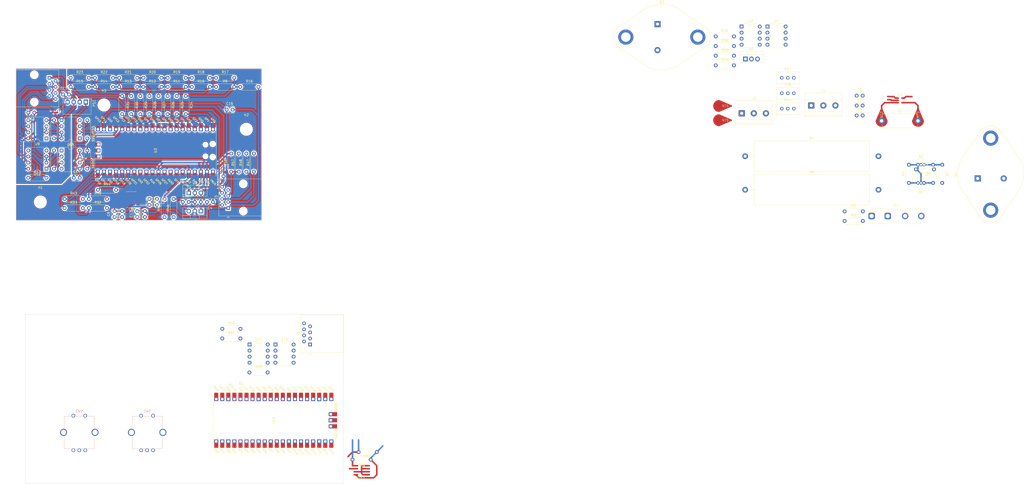
<source format=kicad_pcb>
(kicad_pcb (version 20221018) (generator pcbnew)
  (layers (0 "F.Cu" signal) (31 "B.Cu" signal) (34 "B.Paste" user) (35 "F.Paste" user) (36 "B.SilkS" user "B.Silkscreen") (37 "F.SilkS" user "F.Silkscreen") (38 "B.Mask" user) (39 "F.Mask" user) (44 "Edge.Cuts" user))
  (net 0 "")
  (net 1 "VBUS")
  (net 2 "Net-(U2A-+)")
  (net 3 "GND")
  (net 4 "+5V")
  (net 5 "Net-(R2-Pad1)")
  (net 6 "Net-(U4A-+)")
  (net 7 "Net-(R34-Pad1)")
  (net 8 "Net-(Q2-E)")
  (net 9 "Net-(Q3-E)")
  (net 10 "Net-(Q3-C)")
  (net 11 "Net-(Q4-C)")
  (net 12 "Net-(U1-+)")
  (net 13 "Net-(U1--)")
  (net 15 "Net-(NT4-Pad2)")
  (net 16 "Net-(NT5-Pad2)")
  (net 17 "Net-(R10-Pad1)")
  (net 25 "Net-(U11-SDA)")
  (net 26 "Net-(U11-SCL)")
  (net 43 "Net-(R35-Pad2)")
  (net 44 "Net-(R36-Pad2)")
  (net 45 "/CurrentSenseX1")
  (net 46 "Net-(J1-Pin_1)")
  (net 47 "/CurrentSenseX10")
  (net 50 "/VoltageSense")
  (net 51 "GNDPWR")
  (net 54 "Net-(J2-Pin_3)")
  (net 56 "Net-(D1-K)")
  (net 57 "Net-(Q1-B)")
  (net 58 "Net-(U4B-+)")
  (net 59 "Net-(R10-Pad2)")
  (net 60 "Net-(R16-Pad1)")
  (net 61 "Net-(R11-Pad1)")
  (net 62 "Net-(R12-Pad1)")
  (net 63 "Net-(R13-Pad1)")
  (net 64 "Net-(R14-Pad1)")
  (net 65 "/Controller/DAC1")
  (net 66 "/Controller/DAC2")
  (net 67 "/Controller/DAC3")
  (net 68 "/Controller/DAC4")
  (net 69 "/Controller/DAC5")
  (net 70 "/Controller/DAC6")
  (net 71 "/Controller/DAC7")
  (net 72 "/Controller/DAC8")
  (net 73 "Net-(U2B--)")
  (net 74 "Net-(R40-Pad1)")
  (net 76 "Net-(U6-REFIN+{slash}OUT)")
  (net 83 "+3.3V")
  (net 84 "/Controller/SPI.MISO")
  (net 85 "/Controller/SPI.SS")
  (net 86 "/Controller/SPI.SCK")
  (net 87 "/Controller/SPI.MOSI")
  (net 88 "/Controller/ADC_CLK")
  (net 89 "/Controller/Control Voltage")
  (net 90 "/Controller/Current Sense")
  (net 91 "/Controller/Voltage Sense")
  (net 92 "Net-(U6-SCK)")
  (net 93 "Net-(U6-SDO)")
  (net 94 "Net-(U6-SDI)")
  (net 95 "Net-(U6-~{CS})")
  (net 96 "Net-(U6-MCLK)")
  (net 97 "Net-(U6-DVdd)")
  (net 98 "Net-(U6-AVdd)")
  (net 99 "Net-(U6-AGND)")
  (net 100 "Net-(U6-DGND)")
  (net 101 "Net-(U6-CH0)")
  (net 102 "Net-(U6-CH2)")
  (net 103 "/Controller/12V")
  (net 106 "/Controller/PWM-out")
  (net 107 "/Controller/Buck Voltage Sense")
  (net 109 "Net-(Q1-C)")
  (net 112 "GNDD")
  (net 113 "Net-(U13-C)")
  (net 114 "Net-(U8-VO)")
  (net 115 "Net-(U8-C)")
  (net 116 "Net-(U12-R)")
  (net 119 "/Controller/+5V")
  (net 120 "/Controller/+3.3VA")
  (net 121 "/Controller/GND")
  (net 122 "/Controller/+3.3VD")
  (net 123 "/Controller/CTRL.+5V")
  (net 124 "/Controller/CTRL.GND")
  (net 125 "/Controller/CTRL.RX+")
  (net 126 "/Controller/CTRL.RX-")
  (net 127 "/Controller/CTRL.TX-")
  (net 128 "/Controller/CTRL.TX+")
  (net 131 "/Controller/RX")
  (net 132 "Net-(U3-GPIO26_ADC0)")
  (net 133 "/Controller/TX")
  (net 134 "Net-(U6-CH4)")
  (net 135 "/User Interface/CTRL.GND")
  (net 136 "/User Interface/CTRL.+5V")
  (net 138 "/User Interface/CTRL.TX+")
  (net 139 "/User Interface/CTRL.TX-")
  (net 141 "/User Interface/CTRL.RX-")
  (net 142 "/User Interface/CTRL.RX+")
  (net 181 "/User Interface/RX")
  (net 187 "Net-(U15-R)")
  (net 188 "/User Interface/TX")
  (footprint "Resistor_THT:R_Axial_DIN0207_L6.3mm_D2.5mm_P7.62mm_Horizontal" (layer "F.Cu") (at 77.4 29.14)
    (fp_text reference "R11")
    (fp_text value "2K2")
  )
  (footprint "Resistor_THT:R_Axial_DIN0207_L6.3mm_D2.5mm_P7.62mm_Horizontal" (layer "F.Cu") (at 44.38 76.13)
    (fp_text reference "R42")
    (fp_text value "10")
  )
  (footprint "Capacitor_THT:C_Disc_D3.8mm_W2.6mm_P2.50mm" (layer "F.Cu") (at 366.319174 36.966775)
    (fp_text reference "C2")
    (fp_text value "C")
  )
  (footprint "Resistor_THT:R_Axial_DIN0207_L6.3mm_D2.5mm_P7.62mm_Horizontal" (layer "F.Cu") (at 107.88 29.14)
    (fp_text reference "R16")
    (fp_text value "2K2")
  )
  (footprint "Capacitor_THT:C_Disc_D3.8mm_W2.6mm_P2.50mm" (layer "F.Cu") (at 102.165 38.665)
    (fp_text reference "C16")
    (fp_text value "10n")
  )
  (footprint "MountingHole:MountingHole_5mm" (layer "F.Cu") (at 24.06 77.4)
    (fp_text reference "H1")
    (fp_text value "MountingHole")
  )
  (footprint "Resistor_THT:R_Axial_DIN0207_L6.3mm_D2.5mm_P7.62mm_Horizontal" (layer "F.Cu") (at 388.211674 69.396775 90)
    (fp_text reference "R5")
    (fp_text value "100k")
  )
  (footprint "Capacitor_THT:C_Disc_D3.8mm_W2.6mm_P2.50mm" (layer "F.Cu") (at 58.35 83.71 90)
    (fp_text reference "C7")
    (fp_text value "100n")
  )
  (footprint "Resistor_THT:R_Axial_Power_L48.0mm_W12.5mm_P55.88mm" (layer "F.Cu") (at 319.579174 58.211775)
    (fp_text reference "R4")
    (fp_text value "100m")
  )
  (footprint "Capacitor_THT:C_Disc_D3.8mm_W2.6mm_P2.50mm" (layer "F.Cu") (at 67.875 83.71 90)
    (fp_text reference "C12")
    (fp_text value "10µ")
  )
  (footprint "NetTie:NetTie-2_SMD_Pad0.5mm" (layer "F.Cu") (at 55.175 79.305 90)
    (fp_text reference "NT1" hide)
    (fp_text value "NetTie_2" hide)
  )
  (footprint "Capacitor_THT:C_Disc_D3.8mm_W2.6mm_P2.50mm" (layer "F.Cu") (at 91.33 77.4 180)
    (fp_text reference "C5")
    (fp_text value "C")
  )
  (footprint "Package_DIP:DIP-8_W7.62mm" (layer "F.Cu") (at 328.906674 3.841775)
    (fp_text reference "U4")
    (fp_text value "MCP6002-xP")
  )
  (footprint "Capacitor_THT:C_Disc_D3.8mm_W2.6mm_P2.50mm" (layer "F.Cu") (at 38.07 67.24)
    (fp_text reference "C14")
    (fp_text value "100n")
  )
  (footprint "Personal:NetTie_5mm_0.635mm" (layer "F.Cu") (at 392.021674 40.821775 90)
    (fp_text reference "NT3")
    (fp_text value "NetTie_2")
  )
  (footprint "Package_SO:TSSOP-20_4.4x6.5mm_P0.65mm" (layer "F.Cu") (at 62.16 76.425 180)
    (fp_text reference "U6")
    (fp_text value "MCP3464R")
  )
  (footprint "Resistor_THT:R_Axial_DIN0207_L6.3mm_D2.5mm_P7.62mm_Horizontal" (layer "F.Cu") (at 85.02 32.95 -90)
    (fp_text reference "R24")
    (fp_text value "2K2")
  )
  (footprint "Package_DIP:DIP-8_W7.62mm" (layer "F.Cu") (at 32.95 55.81)
    (fp_text reference "U13")
    (fp_text value "6N137")
  )
  (footprint "TerminalBlock_Phoenix:TerminalBlock_Phoenix_MKDS-1,5-3-5.08_1x03_P5.08mm_Horizontal" (layer "F.Cu") (at 318.116674 40.221775)
    (fp_text reference "J2")
    (fp_text value "PWR IN")
  )
  (footprint "Capacitor_THT:C_Disc_D3.8mm_W2.6mm_P2.50mm" (layer "F.Cu") (at 96.41 77.4 180)
    (fp_text reference "C4")
    (fp_text value "C")
  )
  (footprint "Resistor_THT:R_Axial_DIN0207_L6.3mm_D2.5mm_P7.62mm_Horizontal" (layer "F.Cu") (at 43.745 43.11 -90)
    (fp_text reference "R55")
    (fp_text value "100")
  )
  (footprint "Resistor_THT:R_Axial_DIN0207_L6.3mm_D2.5mm_P7.62mm_Horizontal" (layer "F.Cu") (at 36.76 25.33)
    (fp_text reference "R23")
    (fp_text value "2K2")
  )
  (footprint "Package_TO_SOT_THT:TO-220-3_Vertical" (layer "F.Cu") (at 86.29 73.59)
    (fp_text reference "U5")
    (fp_text value "L7805")
  )
  (footprint "Package_DIP:DIP-8_W7.62mm" (layer "F.Cu") (at 111.77 137.17)
    (fp_text reference "U14")
    (fp_text value "SN75176BP")
  )
  (footprint "Personal:NetTie_5mm_0.635mm" (layer "F.Cu") (at 311.201674 37.126775)
    (fp_text reference "NT4")
    (fp_text value "NetTie_2")
  )
  (footprint "Resistor_THT:R_Axial_DIN0207_L6.3mm_D2.5mm_P7.62mm_Horizontal" (layer "F.Cu") (at 111.72 148.87)
    (fp_text reference "R58")
    (fp_text value "100")
  )
  (footprint "Resistor_THT:R_Axial_DIN0614_L14.3mm_D5.7mm_P15.24mm_Horizontal" (layer "F.Cu") (at 376.781674 43.361775)
    (fp_text reference "R1")
    (fp_text value "10m")
  )
  (footprint "Resistor_THT:R_Axial_DIN0207_L6.3mm_D2.5mm_P7.62mm_Horizontal" (layer "F.Cu") (at 57.08 29.14)
    (fp_text reference "R13")
    (fp_text value "2K2")
  )
  (footprint "Resistor_THT:R_Axial_DIN0207_L6.3mm_D2.5mm_P7.62mm_Horizontal" (layer "F.Cu") (at 62.16 32.95 -90)
    (fp_text reference "R30")
    (fp_text value "2K2")
  )
  (footprint "MCU_RaspberryPi_and_Boards:RPi_Pico_SMD_TH" (layer "F.Cu") (at 121.92 168.91 90)
    (fp_text reference "U10")
    (fp_text value "Pico")
  )
  (footprint "Resistor_THT:R_Axial_DIN0207_L6.3mm_D2.5mm_P7.62mm_Horizontal" (layer "F.Cu") (at 67.24 29.14)
    (fp_text reference "R12")
    (fp_text value "2K2")
  )
  (footprint "Connector_RJ:RJ45_Amphenol_54602-x08_Horizontal" (layer "F.Cu") (at 27.87 25.33 -90)
    (fp_text reference "J4")
    (fp_text value "8P8C")
  )
  (footprint "Resistor_THT:R_Axial_DIN0207_L6.3mm_D2.5mm_P7.62mm_Horizontal" (layer "F.Cu") (at 48.19 72.32)
    (fp_text reference "R44")
    (fp_text value "10")
  )
  (footprint "Converter_DCDC:Converter_DCDC_Murata_MEE1SxxxxSC_THT" (layer "F.Cu") (at 43.11 35.49 -90)
    (fp_text reference "PS1")
    (fp_text value "1S4AE_1205S1.5UP")
  )
  (footprint "Resistor_THT:R_Axial_DIN0207_L6.3mm_D2.5mm_P7.62mm_Horizontal" (layer "F.Cu") (at 73.59 32.95 -90)
    (fp_text reference "R27")
    (fp_text value "2K2")
  )
  (footprint "Resistor_THT:R_Axial_DIN0207_L6.3mm_D2.5mm_P7.62mm_Horizontal" (layer "F.Cu") (at 361.269174 85.361775)
    (fp_text reference "R3")
    (fp_text value "10k")
  )
  (footprint "Resistor_THT:R_Axial_DIN0207_L6.3mm_D2.5mm_P7.62mm_Horizontal" (layer "F.Cu") (at 398.371674 69.396775 90)
    (fp_text reference "R6")
    (fp_text value "10k")
  )
  (footprint "Capacitor_THT:C_Disc_D3.8mm_W2.6mm_P2.50mm" (layer "F.Cu") (at 33.585 32.315)
    (fp_text reference "C10")
    (fp_text value "C")
  )
  (footprint "Fuse:Fuseholder_Clip-5x20mm_Eaton_1A5601-01_Inline_P20.80x6.76mm_D1.70mm_Horizontal" (layer "F.Cu") (at 372.589174 83.281775)
    (fp_text reference "F1")
    (fp_text value "Fuse")
  )
  (footprint "Resistor_THT:R_Axial_DIN0207_L6.3mm_D2.5mm_P7.62mm_Horizontal" (layer "F.Cu") (at 76.13 83.75 90)
    (fp_text reference "R45")
    (fp_text value "10")
  )
  (footprint "Package_DIP:DIP-8_W7.62mm" (layer "F.Cu") (at 26.6 50.73 180)
    (fp_text reference "U9")
    (fp_text value "SN75176BP")
  )
  (footprint "Package_TO_SOT_THT:TO-3" (layer "F.Cu") (at 282.82 2.805)
    (fp_text reference "Q3")
    (fp_text value "2N6058")
  )
  (footprint "Resistor_THT:R_Axial_DIN0207_L6.3mm_D2.5mm_P7.62mm_Horizontal" (layer "F.Cu") (at 307.236674 12.001775)
    (fp_text reference "R36")
    (fp_text value "10k")
  )
  (footprint "Potentiometer_THT:Potentiometer_Bourns_3296W_Vertical" (layer "F.Cu") (at 339.976674 25.351775)
    (fp_text reference "R37")
    (fp_text value "100")
  )
  (footprint "Resistor_THT:R_Axial_DIN0207_L6.3mm_D2.5mm_P7.62mm_Horizontal" (layer "F.Cu") (at 44.38 79.94)
    (fp_text reference "R32")
    (fp_text value "10")
  )
  (footprint "Capacitor_THT:C_Disc_D3.8mm_W2.6mm_P2.50mm" (layer "F.Cu") (at 55.175 83.71 90)
    (fp_text reference "C6")
    (fp_text value "10µ")
  )
  (footprint "Capacitor_THT:C_Disc_D3.8mm_W2.6mm_P2.50mm" (layer "F.Cu") (at 21.52 39.935 180)
    (fp_text reference "C15")
    (fp_text value "100n")
  )
  (footprint "Resistor_THT:R_Axial_DIN0207_L6.3mm_D2.5mm_P7.62mm_Horizontal" (layer "F.Cu") (at 87.56 29.14)
    (fp_text reference "R10")
    (fp_text value "2K2")
  )
  (footprint "Resistor_THT:R_Axial_DIN0207_L6.3mm_D2.5mm_P7.62mm_Horizontal" (layer "F.Cu") (at 165.1 182.245 180)
    (fp_text reference "R50")
    (fp_text value "10k")
  )
  (footprint "Resistor_THT:R_Axial_DIN0207_L6.3mm_D2.5mm_P7.62mm_Horizontal" (layer "F.Cu") (at 307.236674 20.101775)
    (fp_text reference "R40")
    (fp_text value "1k")
  )
  (footprint "Capacitor_THT:C_Disc_D3.8mm_W2.6mm_P2.50mm" (layer "F.Cu") (at 366.319174 41.116775)
    (fp_text reference "C3")
    (fp_text value "C")
  )
  (footprint "Package_TO_SOT_THT:TO-92_Inline" (layer "F.Cu") (at 392.021674 61.776775)
    (fp_text reference "Q2")
    (fp_text value "BC337")
  )
  (footprint "Package_SO:SOIC-8_3.9x4.9mm_P1.27mm" (layer "F.Cu") (at 158.815 189.865 180)
    (fp_text reference "U11")
    (fp_text value "M24C32-RMN")
  )
  (footprint "Resistor_THT:R_Axial_DIN0207_L6.3mm_D2.5mm_P7.62mm_Horizontal" (layer "F.Cu") (at 107.245 64.7 90)
    (fp_text reference "R57")
    (fp_text value "100")
  )
  (footprint "Package_DIP:DIP-8_W7.62mm" (layer "F.Cu") (at 122.62 137.17)
    (fp_text reference "U15")
    (fp_text value "SN75176BP")
  )
  (footprint "Resistor_THT:R_Axial_DIN0207_L6.3mm_D2.5mm_P7.62mm_Horizontal" (layer "F.Cu") (at 77.4 25.33)
    (fp_text reference "R19")
    (fp_text value "2K2")
  )
  (footprint "Resistor_THT:R_Axial_DIN0207_L6.3mm_D2.5mm_P7.62mm_Horizontal" (layer "F.Cu") (at 104.07 64.7 90)
    (fp_text reference "R56")
    (fp_text value "100")
  )
  (footprint "Resistor_THT:R_Axial_DIN0207_L6.3mm_D2.5mm_P7.62mm_Horizontal" (layer "F.Cu") (at 77.4 32.95 -90)
    (fp_text reference "R26")
    (fp_text value "2K2")
  )
  (footprint "Capacitor_THT:C_Disc_D3.8mm_W2.6mm_P2.50mm" (layer "F.Cu") (at 69.78 76.13 -90)
    (fp_text reference "C9")
    (fp_text value "100n")
  )
  (footprint "Resistor_THT:R_Axial_DIN0207_L6.3mm_D2.5mm_P7.62mm_Horizontal" (layer "F.Cu") (at 307.236674 7.951775)
    (fp_text reference "R35")
    (fp_text value "10k")
  )
  (footprint "Package_TO_SOT_SMD:SOT-23-5" (layer "F.Cu") (at 384.534174 34.791775)
    (fp_text reference "U1")
    (fp_text value "INA169")
  )
  (footprint "Resistor_THT:R_Axial_DIN0207_L6.3mm_D2.5mm_P7.62mm_Horizontal" (layer "F.Cu") (at 46.92 25.33)
    (fp_text reference "R22")
    (fp_text value "2K2")
  )
  (footprint "Resistor_THT:R_Axial_DIN0207_L6.3mm_D2.5mm_P7.62mm_Horizontal" (layer "F.Cu") (at 97.72 29.14)
    (fp_text reference "R9")
    (fp_text value "2K2")
  )
  (footprint "Resistor_THT:R_Axial_DIN0207_L6.3mm_D2.5mm_P7.62mm_Horizontal" (layer "F.Cu") (at 81.21 32.95 -90)
    (fp_text reference "R25")
    (fp_text value "2K2")
  )
  (footprint "Resistor_THT:R_Axial_DIN0207_L6.3mm_D2.5mm_P7.62mm_Horizontal" (layer "F.Cu") (at 36.76 29.14)
    (fp_text reference "R15")
    (fp_text value "2K2")
  )
  (footprint "Resistor_THT:R_Axial_DIN0207_L6.3mm_D2.5mm_P7.62mm_Horizontal" (layer "F.Cu") (at 307.236674 16.051775)
    (fp_text reference "R39")
    (fp_text value "10k")
  )
  (footprint "Package_TO_SOT_THT:TO-92_Inline" (layer "F.Cu") (at 394.561674 69.396775 180)
    (fp_text reference "Q1")
    (fp_text value "BC327")
  )
  (footprint "Capacitor_THT:C_Disc_D3.8mm_W2.6mm_P2.50mm" (layer "F.Cu") (at 366.319174 32.816775)
    (fp_text reference "C1")
    (fp_text value "C")
  )
  (footprint "Resistor_THT:R_Axial_DIN0207_L6.3mm_D2.5mm_P7.62mm_Horizontal" (layer "F.Cu") (at 29.775 50.73 90)
    (fp_text reference "R52")
    (fp_text value "1k")
  )
  (footprint "Capacitor_THT:C_Disc_D3.8mm_W2.6mm_P2.50mm" (layer "F.Cu") (at 72.955 76.13 -90)
    (fp_text reference "C8")
    (fp_text value "10µ")
  )
  (footprint "Resistor_THT:R_Axial_DIN0207_L6.3mm_D2.5mm_P7.62mm_Horizontal" (layer "F.Cu") (at 43.745 63.43 90)
    (fp_text reference "R54")
    (fp_text value "1k")
  )
  (footprint "Resistor_THT:R_Axial_DIN0207_L6.3mm_D2.5mm_P7.62mm_Horizontal" (layer "F.Cu") (at 46.92 29.14)
    (fp_text reference "R14")
    (fp_text value "2K2")
  )
  (footprint "Resistor_THT:R_Axial_DIN0207_L6.3mm_D2.5mm_P7.62mm_Horizontal" (layer "F.Cu") (at 29.775 55.81 -90)
    (fp_text reference "R51")
    (fp_text value "100")
  )
  (footprint "MountingHole:MountingHole_5mm" (layer "F.Cu") (at 110.42 46.92)
    (fp_text reference "H2")
    (fp_text value "MountingHole")
  )
  (footprint "Resistor_THT:R_Axial_DIN0207_L6.3mm_D2.5mm_P7.62mm_Horizontal" (layer "F.Cu") (at 57.08 25.33)
    (fp_text reference "R21")
    (fp_text value "2K2")
  )
  (footprint "Package_TO_SOT_THT:TO-220-3_Vertical" (layer "F.Cu") (at 319.666674 17.441775)
    (fp_text reference "Q5")
    (fp_text value "IRLZ34N")
  )
  (footprint "Resistor_THT:R_Axial_DIN0207_L6.3mm_D2.5mm_P7.62mm_Horizontal" (layer "F.Cu") (at 361.269174 81.311775)
    (fp_text reference "R2")
    (fp_text value "1k")
  )
  (footprint "Resistor_THT:R_Axial_Power_L48.0mm_W12.5mm_P55.88mm" (layer "F.Cu") (at 319.579174 72.261775)
    (fp_text reference "R8")
    (fp_text value "100m")
  )
  (footprint "Package_TO_SOT_THT:TO-3" (layer "F.Cu") (at 417.051674 67.526775 90)
    (fp_text reference "Q4")
    (fp_text value "2N6058")
  )
  (footprint "Resistor_THT:R_Axial_DIN0207_L6.3mm_D2.5mm_P7.62mm_Horizontal" (layer "F.Cu") (at 79.94 83.75 90)
    (fp_text reference "R46")
    (fp_text value "10")
  )
  (footprint "Package_TO_SOT_THT:TO-220-3_Vertical" (layer "F.Cu") (at 91.37 81.21 180)
    (fp_text reference "U7")
    (fp_text value "LF33_TO220")
  )
  (footprint "Resistor_THT:R_Axial_DIN0207_L6.3mm_D2.5mm_P7.62mm_Horizontal" (layer "F.Cu") (at 113.595 64.7 90)
    (fp_text reference "R47")
    (fp_text value "100")
  )
  (footprint "Resistor_THT:R_Axial_DIN0207_L6.3mm_D2.5mm_P7.62mm_Horizontal" (layer "F.Cu") (at 110.42 64.7 90)
    (fp_text reference "R48")
    (fp_text value "100")
  )
  (footprint "MountingHole:MountingHole_5mm" (layer "F.Cu") (at 50.73 36.76)
    (fp_text reference "H3")
    (fp_text value "MountingHole")
  )
  (footprint "Resistor_THT:R_Axial_DIN0207_L6.3mm_D2.5mm_P7.62mm_Horizontal" (layer "F.Cu") (at 18.98 67.24)
    (fp_text reference "R53")
    (fp_text value "100")
  )
  (footprint "Resistor_THT:R_Axial_DIN0207_L6.3mm_D2.5mm_P7.62mm_Horizontal" (layer "F.Cu") (at 97.72 25.33)
    (fp_text reference "R17")
    (fp_text value "2K2")
  )
  (footprint "Package_DIP:DIP-8_W7.62mm" (layer "F.Cu") (at 26.6 63.43 180)
    (fp_text reference "U12")
    (fp_text value "SN75176BP")
  )
  (footprint "Resistor_THT:R_Axial_DIN0207_L6.3mm_D2.5mm_P7.62mm_Horizontal" (layer "F.Cu") (at 34.22 76.13)
    (fp_text reference "R43")
    (fp_text value "10")
  )
  (footprint "Resistor_THT:R_Axial_DIN0207_L6.3mm_D2.5mm_P7.62mm_Horizontal" (layer "F.Cu") (at 65.97 32.95 -90)
    (fp_text reference "R29")
    (fp_text value "2K2")
  )
  (footprint "Package_DIP:DIP-8_W7.62mm" (layer "F.Cu") (at 40.56 50.72 180)
    (fp_text reference "U8")
    (fp_text value "6N137")
  )
  (footprint "Resistor_THT:R_Axial_DIN0207_L6.3mm_D2.5mm_P7.62mm_Horizontal" (layer "F.Cu") (at 87.56 25.33)
    (fp_text reference "R18")
    (fp_text value "2K2")
  )
  (footprint "Resistor_THT:R_Axial_DIN0207_L6.3mm_D2.5mm_P7.62mm_Horizontal" (layer "F.Cu") (at 67.24 25.33)
    (fp_text reference "R20")
    (fp_text value "2K2")
  )
  (footprint "Resistor_THT:R_Axial_DIN0207_L6.3mm_D2.5mm_P7.62mm_Horizontal" (layer "F.Cu") (at 402.181674 61.776775 -90)
    (fp_text reference "R7")
    (fp_text value "1k")
  )
  (footprint "TerminalBlock_Phoenix:TerminalBlock_Phoenix_MKDS-1,5-3-5.08_1x03_P5.08mm_Horizontal" (layer "F.Cu") (at 347.264174 36.931775)
    (fp_text reference "J1")
    (fp_text value "Screw_Terminal_01x03")
  )
  (footprint "MCU_RaspberryPi_and_Boards:RPi_Pico_SMD_TH" (layer "F.Cu") (at 72.32 55.81 -90)
    (fp_text reference "U3")
    (fp_text value "Pico")
  )
  (footprint "Capacitor_THT:C_Disc_D3.8mm_W2.6mm_P2.50mm" (layer "F.Cu") (at 83.75 77.4)
    (fp_text reference "C11")
    (fp_text value "C")
  )
  (footprint "Capacitor_THT:C_Disc_D3.8mm_W2.6mm_P2.50mm" (layer "F.Cu") (at 64.7 83.71 90)
    (fp_text reference "C13")
    (fp_text value "100n")
  )
  (footprint "Resistor_THT:R_Axial_DIN0207_L6.3mm_D2.5mm_P7.62mm_Horizontal" (layer "F.Cu") (at 58.35 32.95 -90)
    (fp_text reference "R31")
    (fp_text value "2K2" hide)
  )
  (footprint "Resistor_THT:R_Axial_DIN0207_L6.3mm_D2.5mm_P7.62mm_Horizontal" (layer "F.Cu") (at 100.33 130.57)
    (fp_text reference "R59")
    (fp_text value "2K2")
  )
  (footprint "Resistor_THT:R_Axial_DIN0207_L6.3mm_D2.5mm_P7.62mm_Horizontal" (layer "F.Cu") (at 162.56 185.42 180)
    (fp_text reference "R49")
    (fp_text value "10k")
  )
  (footprint "Connector_RJ:RJ45_Amphenol_54602-x08_Horizontal" (layer "F.Cu") (at 102.8 79.94 90)
    (fp_text reference "J3")
    (fp_text value "8P8C")
  )
  (footprint "Connector_RJ:RJ45_Amphenol_54602-x08_Horizontal" (layer "F.Cu") (at 137.16 137.16 90)
    (fp_text reference "J5")
    (fp_text value "8P8C")
  )
  (footprint "Resistor_THT:R_Axial_DIN0207_L6.3mm_D2.5mm_P7.62mm_Horizontal" (layer "F.Cu") (at 100.33 134.62)
    (fp_text reference "R60")
    (fp_text value "1K")
  )
  (footprint "Package_DIP:DIP-8_W7.62mm" (layer "F.Cu") (at 318.056674 3.841775)
    (fp_text reference "U2")
    (fp_text value "MCP6002-xP")
  )
  (footprint "Resistor_THT:R_Axial_DIN0207_L6.3mm_D2.5mm_P7.62mm_Horizontal" (layer "F.Cu") (at 34.22 79.94)
    (fp_text reference "R33")
    (fp_text value "10")
  )
  (footprint "Personal:NetTie_5mm_0.635mm" (layer "F.Cu") (at 376.781674 40.821775 90)
    (fp_text reference "NT2")
    (fp_text value "NetTie_2")
  )
  (footprint "Personal:NetTie_5mm_0.635mm" (layer "F.Cu") (at 311.201674 43.126775)
    (fp_text reference "NT5")
    (fp_text value "NetTie_2")
  )
  (footprint "Resistor_THT:R_Axial_DIN0207_L6.3mm_D2.5mm_P7.62mm_Horizontal" (layer "F.Cu") (at 391.141674 63.716775)
    (fp_text reference "R34")
    (fp_text value "10k")
  )
  (footprint "Resistor_THT:R_Axial_DIN0207_L6.3mm_D2.5mm_P7.62mm_Horizontal" (layer "F.Cu") (at 69.78 32.95 -90)
    (fp_text reference "R28")
    (fp_text value "2K2")
  )
  (footprint "Potentiometer_THT:Potentiometer_Bourns_3296W_Vertical" (layer "F.Cu") (at 339.976674 31.801775)
    (fp_text reference "R38")
    (fp_text value "100")
  )
  (footprint "Potentiometer_THT:Potentiometer_Bourns_3296W_Vertical" (layer "F.Cu") (at 339.976674 38.251775)
    (fp_text reference "R41")
    (fp_text value "200")
  )
  (footprint "NetTie:NetTie-2_SMD_Pad0.5mm" (layer "B.Cu") (at 72.955 79.94 90)
    (fp_text reference "NT6" hide)
    (fp_text value "NetTie_2" hide)
  )
  (footprint "Rotary_Encoder:RotaryEncoder_Bourns_Vertical_PEC12R-3xxxF-Sxxxx" (layer "B.Cu") (at 42.89 181.49 90)
    (fp_text reference "SW2")
    (fp_text value "RotaryEncoder_Switch")
  )
  (footprint "Rotary_Encoder:RotaryEncoder_Bourns_Vertical_PEC12R-3xxxF-Sxxxx" (layer "B.Cu") (at 71.33 181.49 90)
    (fp_text reference "SW1")
    (fp_text value "RotaryEncoder_Switch")
  )
  (gr_rect (start 17.78 124.46) (end 151.13 195.58) (stroke (width 0.1)) (fill none) (layer "Edge.Cuts"))
  (gr_rect (start 13.9 21.52) (end 116.77 85.02) (stroke (width 0.1)) (fill none) (layer "Edge.Cuts"))
  (segment (start 392.021674 69.396775) (end 388.211674 69.396775) (width 0.635) (layer "B.Cu") (net 1))
  (segment (start 381.861674 33.201775) (end 379.321674 33.201775) (width 0.635) (layer "F.Cu") (net 2))
  (segment (start 382.501674 33.841775) (end 381.861674 33.201775) (width 0.635) (layer "F.Cu") (net 2))
  (segment (start 383.396674 33.841775) (end 382.501674 33.841775) (width 0.635) (layer "F.Cu") (net 2))
  (segment (start 380.591674 34.471775) (end 379.321674 34.471775) (width 0.635) (layer "F.Cu") (net 3))
  (segment (start 383.396674 34.791775) (end 380.911674 34.791775) (width 0.635) (layer "F.Cu") (net 3))
  (segment (start 380.911674 34.791775) (end 380.591674 34.471775) (width 0.635) (layer "F.Cu") (net 3))
  (segment (start 385.671674 33.841775) (end 386.301674 33.841775) (width 0.635) (layer "F.Cu") (net 4))
  (segment (start 386.941674 33.201775) (end 389.481674 33.201775) (width 0.635) (layer "F.Cu") (net 4))
  (segment (start 386.301674 33.841775) (end 386.941674 33.201775) (width 0.635) (layer "F.Cu") (net 4))
  (segment (start 394.561674 61.776775) (end 398.371674 61.776775) (width 0.635) (layer "B.Cu") (net 8))
  (segment (start 398.371674 61.776775) (end 402.181674 61.776775) (width 0.635) (layer "B.Cu") (net 8))
  (segment (start 378.051674 35.741775) (end 376.781674 37.011775) (width 0.635) (layer "F.Cu") (net 12))
  (segment (start 383.396674 35.741775) (end 378.051674 35.741775) (width 0.635) (layer "F.Cu") (net 12))
  (segment (start 376.781674 37.011775) (end 376.781674 38.281775) (width 0.635) (layer "F.Cu") (net 12))
  (segment (start 392.021674 37.011775) (end 392.021674 38.281775) (width 0.635) (layer "F.Cu") (net 13))
  (segment (start 390.751674 35.741775) (end 392.021674 37.011775) (width 0.635) (layer "F.Cu") (net 13))
  (segment (start 385.671674 35.741775) (end 390.751674 35.741775) (width 0.635) (layer "F.Cu") (net 13))
  (segment (start 83.75 30.41) (end 85.02 29.14) (width 0.635) (layer "B.Cu") (net 17))
  (segment (start 77.4 32.95) (end 77.4 31.68) (width 0.635) (layer "B.Cu") (net 17))
  (segment (start 86.29 25.33) (end 87.56 25.33) (width 0.635) (layer "B.Cu") (net 17))
  (segment (start 85.02 29.14) (end 86.29 29.14) (width 0.635) (layer "B.Cu") (net 17))
  (segment (start 86.29 29.14) (end 87.56 29.14) (width 0.635) (layer "B.Cu") (net 17))
  (segment (start 77.4 31.68) (end 78.67 30.41) (width 0.635) (layer "B.Cu") (net 17))
  (segment (start 85.02 25.33) (end 86.29 25.33) (width 0.635) (layer "B.Cu") (net 17))
  (segment (start 86.29 25.33) (end 86.29 29.14) (width 0.635) (layer "B.Cu") (net 17))
  (segment (start 78.67 30.41) (end 83.75 30.41) (width 0.635) (layer "B.Cu") (net 17))
  (segment (start 156.34 187.96) (end 154.94 187.96) (width 0.635) (layer "F.Cu") (net 25))
  (segment (start 154.94 187.96) (end 154.94 185.42) (width 0.635) (layer "F.Cu") (net 25))
  (segment (start 154.94 185.42) (end 154.94 177.165) (width 0.635) (layer "B.Cu") (net 25))
  (segment (start 153.035 184.15) (end 154.94 182.245) (width 0.635) (layer "F.Cu") (net 26))
  (segment (start 156.34 189.23) (end 153.67 189.23) (width 0.635) (layer "F.Cu") (net 26))
  (segment (start 154.94 182.245) (end 157.48 182.245) (width 0.635) (layer "F.Cu") (net 26))
  (segment (start 157.48 182.245) (end 157.48 177.165) (width 0.635) (layer "B.Cu") (net 26))
  (segment (start 393.291674 65.586775) (end 393.291674 69.396775) (width 0.635) (layer "B.Cu") (net 57))
  (segment (start 392.021674 64.316775) (end 393.291674 65.586775) (width 0.635) (layer "B.Cu") (net 57))
  (segment (start 392.021674 61.776775) (end 388.211674 61.776775) (width 0.635) (layer "B.Cu") (net 57))
  (segment (start 392.021674 61.776775) (end 392.021674 64.316775) (width 0.635) (layer "B.Cu") (net 57))
  (segment (start 81.21 32.95) (end 82.5275 31.6325) (width 0.635) (layer "B.Cu") (net 59))
  (segment (start 96.45 29.14) (end 95.18 29.14) (width 0.635) (layer "B.Cu") (net 59))
  (segment (start 92.6875 31.6325) (end 95.18 29.14) (width 0.635) (layer "B.Cu") (net 59))
  (segment (start 96.45 25.33) (end 97.72 25.33) (width 0.635) (layer "B.Cu") (net 59))
  (segment (start 82.5275 31.6325) (end 92.6875 31.6325) (width 0.635) (layer "B.Cu") (net 59))
  (segment (start 96.45 29.14) (end 96.45 25.33) (width 0.635) (layer "B.Cu") (net 59))
  (segment (start 95.18 25.33) (end 96.45 25.33) (width 0.635) (layer "B.Cu") (net 59))
  (segment (start 97.72 29.14) (end 96.45 29.14) (width 0.635) (layer "B.Cu") (net 59))
  (segment (start 105.34 29.14) (end 106.61 29.14) (width 0.635) (layer "B.Cu") (net 60))
  (segment (start 105.34 25.33) (end 105.34 29.14) (width 0.635) (layer "B.Cu") (net 60))
  (segment (start 101.53 32.95) (end 105.34 29.14) (width 0.635) (layer "B.Cu") (net 60))
  (segment (start 106.61 29.14) (end 107.88 29.14) (width 0.635) (layer "B.Cu") (net 60))
  (segment (start 85.02 32.95) (end 101.53 32.95) (width 0.635) (layer "B.Cu") (net 60))
  (segment (start 74.86 25.33) (end 76.13 25.33) (width 0.635) (layer "B.Cu") (net 61))
  (segment (start 76.13 29.14) (end 76.13 25.33) (width 0.635) (layer "B.Cu") (net 61))
  (segment (start 73.59 30.41) (end 74.86 29.14) (width 0.635) (layer "B.Cu") (net 61))
  (segment (start 73.59 32.95) (end 73.59 30.41) (width 0.635) (layer "B.Cu") (net 61))
  (segment (start 77.4 29.14) (end 76.13 29.14) (width 0.635) (layer "B.Cu") (net 61))
  (segment (start 76.13 29.14) (end 74.86 29.14) (width 0.635) (layer "B.Cu") (net 61))
  (segment (start 76.13 25.33) (end 77.4 25.33) (width 0.635) (layer "B.Cu") (net 61))
  (segment (start 67.24 29.14) (end 65.97 29.14) (width 0.635) (layer "B.Cu") (net 62))
  (segment (start 64.7 25.33) (end 65.97 25.33) (width 0.635) (layer "B.Cu") (net 62))
  (segment (start 65.97 25.33) (end 67.24 25.33) (width 0.635) (layer "B.Cu") (net 62))
  (segment (start 69.78 30.41) (end 68.51 29.14) (width 0.635) (layer "B.Cu") (net 62))
  (segment (start 65.97 29.14) (end 65.97 25.33) (width 0.635) (layer "B.Cu") (net 62))
  (segment (start 68.51 29.14) (end 67.24 29.14) (width 0.635) (layer "B.Cu") (net 62))
  (segment (start 65.97 29.14) (end 64.7 29.14) (width 0.635) (layer "B.Cu") (net 62))
  (segment (start 69.78 32.95) (end 69.78 30.41) (width 0.635) (layer "B.Cu") (net 62))
  (segment (start 57.08 29.14) (end 57.08 25.33) (width 0.635) (layer "B.Cu") (net 63))
  (segment (start 54.54 29.14) (end 57.08 29.14) (width 0.635) (layer "B.Cu") (net 63))
  (segment (start 57.08 25.33) (end 55.81 25.33) (width 0.635) (layer "B.Cu") (net 63))
  (segment (start 64.7475 30.4575) (end 58.3975 30.4575) (width 0.635) (layer "B.Cu") (net 63))
  (segment (start 58.3975 30.4575) (end 57.08 29.14) (width 0.635) (layer "B.Cu") (net 63))
  (segment (start 65.97 31.68) (end 64.7475 30.4575) (width 0.635) (layer "B.Cu") (net 63))
  (segment (start 55.81 25.33) (end 54.54 25.33) (width 0.635) (layer "B.Cu") (net 63))
  (segment (start 65.97 32.95) (end 65.97 31.68) (width 0.635) (layer "B.Cu") (net 63))
  (segment (start 49.4125 31.6325) (end 46.92 29.14) (width 0.635) (layer "B.Cu") (net 64))
  (segment (start 62.16 32.95) (end 60.8425 31.6325) (width 0.635) (layer "B.Cu") (net 64))
  (segment (start 60.8425 31.6325) (end 49.4125 31.6325) (width 0.635) (layer "B.Cu") (net 64))
  (segment (start 44.38 29.14) (end 46.92 29.14) (width 0.635) (layer "B.Cu") (net 64))
  (segment (start 46.92 29.14) (end 46.92 25.33) (width 0.635) (layer "B.Cu") (net 64))
  (segment (start 45.65 25.33) (end 44.38 25.33) (width 0.635) (layer "B.Cu") (net 64))
  (segment (start 46.92 25.33) (end 45.65 25.33) (width 0.635) (layer "B.Cu") (net 64))
  (segment (start 85.02 40.57) (end 93.91 40.57) (width 0.635) (layer "B.Cu") (net 65))
  (segment (start 96.45 43.11) (end 96.45 46.92) (width 0.635) (layer "B.Cu") (net 65))
  (segment (start 93.91 40.57) (end 96.45 43.11) (width 0.635) (layer "B.Cu") (net 65))
  (segment (start 83.156773 40.57) (end 84.474273 41.8875) (width 0.635) (layer "B.Cu") (net 66))
  (segment (start 88.8775 41.8875) (end 93.91 46.92) (width 0.635) (layer "B.Cu") (net 66))
  (segment (start 81.21 40.57) (end 83.156773 40.57) (width 0.635) (layer "B.Cu") (net 66))
  (segment (start 84.474273 41.8875) (end 88.8775 41.8875) (width 0.635) (layer "B.Cu") (net 66))
  (segment (start 84.128405 42.7225) (end 83.293405 41.8875) (width 0.635) (layer "B.Cu") (net 67))
  (segment (start 83.293405 41.8875) (end 80.664273 41.8875) (width 0.635) (layer "B.Cu") (net 67))
  (segment (start 79.346773 40.57) (end 77.4 40.57) (width 0.635) (layer "B.Cu") (net 67))
  (segment (start 84.6325 42.7225) (end 84.128405 42.7225) (width 0.635) (layer "B.Cu") (net 67))
  (segment (start 80.664273 41.8875) (end 79.346773 40.57) (width 0.635) (layer "B.Cu") (net 67))
  (segment (start 88.83 46.92) (end 84.6325 42.7225) (width 0.635) (layer "B.Cu") (net 67))
  (segment (start 80.318405 42.7225) (end 82.0925 42.7225) (width 0.635) (layer "B.Cu") (net 68))
  (segment (start 79.483405 41.8875) (end 80.318405 42.7225) (width 0.635) (layer "B.Cu") (net 68))
  (segment (start 73.59 40.57) (end 74.9075 41.8875) (width 0.635) (layer "B.Cu") (net 68))
  (segment (start 82.0925 42.7225) (end 86.29 46.92) (width 0.635) (layer "B.Cu") (net 68))
  (segment (start 74.9075 41.8875) (end 79.483405 41.8875) (width 0.635) (layer "B.Cu") (net 68))
  (segment (start 71.726773 40.57) (end 69.78 40.57) (width 0.635) (layer "B.Cu") (net 69))
  (segment (start 79.137537 42.7225) (end 74.294236 42.7225) (width 0.635) (layer "B.Cu") (net 69))
  (segment (start 74.281736 42.71) (end 73.866773 42.71) (width 0.635) (layer "B.Cu") (net 69))
  (segment (start 74.294236 42.7225) (end 74.281736 42.71) (width 0.635) (layer "B.Cu") (net 69))
  (segment (start 83.335037 46.92) (end 79.137537 42.7225) (width 0.635) (layer "B.Cu") (net 69))
  (segment (start 73.866773 42.71) (end 71.726773 40.57) (width 0.635) (layer "B.Cu") (net 69))
  (segment (start 83.75 46.92) (end 83.335037 46.92) (width 0.635) (layer "B.Cu") (net 69))
  (segment (start 77.8475 43.5575) (end 73.533405 43.5575) (width 0.635) (layer "B.Cu") (net 70))
  (segment (start 67.2875 41.8875) (end 65.97 40.57) (width 0.635) (layer "B.Cu") (net 70))
  (segment (start 81.21 46.92) (end 77.8475 43.5575) (width 0.635) (layer "B.Cu") (net 70))
  (segment (start 71.863405 41.8875) (end 67.2875 41.8875) (width 0.635) (layer "B.Cu") (net 70))
  (segment (start 73.533405 43.5575) (end 71.863405 41.8875) (width 0.635) (layer "B.Cu") (net 70))
  (segment (start 76.13 46.92) (end 75.715037 46.92) (width 0.635) (layer "B.Cu") (net 71))
  (segment (start 75.715037 46.92) (end 71.905037 43.11) (width 0.635) (layer "B.Cu") (net 71))
  (segment (start 71.905037 43.11) (end 64.7 43.11) (width 0.635) (layer "B.Cu") (net 71))
  (segment (start 64.7 43.11) (end 62.16 40.57) (width 0.635) (layer "B.Cu") (net 71))
  (segment (start 61.725 43.945) (end 58.35 40.57) (width 0.635) (layer "B.Cu") (net 72))
  (segment (start 73.59 46.92) (end 70.615 43.945) (width 0.635) (layer "B.Cu") (net 72))
  (segment (start 70.615 43.945) (end 61.725 43.945) (width 0.635) (layer "B.Cu") (net 72))
  (segment (start 68.51 77.4) (end 69.78 76.13) (width 0.2) (layer "F.Cu") (net 76))
  (segment (start 65.0225 77.4) (end 68.51 77.4) (width 0.2) (layer "F.Cu") (net 76))
  (segment (start 69.78 76.13) (end 72.955 76.13) (width 0.2) (layer "B.Cu") (net 76))
  (segment (start 157.61 193.04) (end 163.83 193.04) (width 0.635) (layer "F.Cu") (net 83))
  (segment (start 165.1 191.77) (end 165.1 187.96) (width 0.635) (layer "F.Cu") (net 83))
  (segment (start 163.83 193.04) (end 165.1 191.77) (width 0.635) (layer "F.Cu") (net 83))
  (segment (start 165.1 187.96) (end 162.56 185.42) (width 0.635) (layer "F.Cu") (net 83))
  (segment (start 156.34 191.77) (end 157.61 193.04) (width 0.635) (layer "F.Cu") (net 83))
  (segment (start 165.1 182.245) (end 167.64 179.705) (width 0.635) (layer "B.Cu") (net 83))
  (segment (start 162.56 185.42) (end 162.56 184.785) (width 0.635) (layer "B.Cu") (net 83))
  (segment (start 162.56 184.785) (end 165.1 182.245) (width 0.635) (layer "B.Cu") (net 83))
  (segment (start 32.9025 75.584273) (end 32.9025 78.6225) (width 0.635) (layer "B.Cu") (net 84))
  (segment (start 36.8075 74.8125) (end 33.674273 74.8125) (width 0.635) (layer "B.Cu") (net 84))
  (segment (start 33.674273 74.8125) (end 32.9025 75.584273) (width 0.635) (layer "B.Cu") (net 84))
  (segment (start 48.19 64.7) (end 46.92 64.7) (width 0.635) (layer "B.Cu") (net 84))
  (segment (start 32.9025 78.6225) (end 34.22 79.94) (width 0.635) (layer "B.Cu") (net 84))
  (segment (start 46.92 64.7) (end 36.8075 74.8125) (width 0.635) (layer "B.Cu") (net 84))
  (segment (start 45.65 67.24) (end 36.76 76.13) (width 0.635) (layer "B.Cu") (net 85))
  (segment (start 50.73 64.7) (end 48.19 67.24) (width 0.635) (layer "B.Cu") (net 85))
  (segment (start 36.76 76.13) (end 34.22 76.13) (width 0.635) (layer "B.Cu") (net 85))
  (segment (start 48.19 67.24) (end 45.65 67.24) (width 0.635) (layer "B.Cu") (net 85))
  (segment (start 45.65 68.51) (end 39.3 74.86) (width 0.635) (layer "B.Cu") (net 86))
  (segment (start 39.3 74.86) (end 39.3 81.21) (width 0.635) (layer "B.Cu") (net 86))
  (segment (start 54.54 68.51) (end 45.65 68.51) (width 0.635) (layer "B.Cu") (net 86))
  (segment (start 43.11 82.48) (end 44.38 81.21) (width 0.635) (layer "B.Cu") (net 86))
  (segment (start 44.38 81.21) (end 44.38 79.94) (width 0.635) (layer "B.Cu") (net 86))
  (segment (start 39.3 81.21) (end 40.57 82.48) (width 0.635) (layer "B.Cu") (net 86))
  (segment (start 55.81 64.7) (end 55.81 67.24) (width 0.635) (layer "B.Cu") (net 86))
  (segment (start 55.81 67.24) (end 54.54 68.51) (width 0.635) (layer "B.Cu") (net 86))
  (segment (start 40.57 82.48) (end 43.11 82.48) (width 0.635) (layer "B.Cu") (net 86))
  (segment (start 58.35 68.51) (end 58.35 64.7) (width 0.635) (layer "B.Cu") (net 87))
  (segment (start 57.08 69.78) (end 58.35 68.51) (width 0.635) (layer "B.Cu") (net 87))
  (segment (start 44.38 73.59) (end 48.19 69.78) (width 0.635) (layer "B.Cu") (net 87))
  (segment (start 44.38 76.13) (end 44.38 73.59) (width 0.635) (layer "B.Cu") (net 87))
  (segment (start 48.19 69.78) (end 57.08 69.78) (width 0.635) (layer "B.Cu") (net 87))
  (segment (start 49.5075 71.0025) (end 58.3975 71.0025) (width 0.635) (layer "B.Cu") (net 88))
  (segment (start 48.19 72.32) (end 49.5075 71.0025) (width 0.635) (layer "B.Cu") (net 88))
  (segment (start 60.89 68.51) (end 60.89 64.7) (width 0.635) (layer "B.Cu") (net 88))
  (segment (start 58.3975 71.0025) (end 60.89 68.51) (width 0.635) (layer "B.Cu") (net 88))
  (segment (start 58.15 32.75) (end 40.37 32.75) (width 0.635) (layer "B.Cu") (net 89))
  (segment (start 102.165 69.145) (end 102.165 38.665) (width 0.635) (layer "B.Cu") (net 89))
  (segment (start 102.165 38.665) (end 99.625 36.125) (width 0.635) (layer "B.Cu") (net 89))
  (segment (start 36.76 25.33) (end 36.76 29.14) (width 0.635) (layer "B.Cu") (net 89))
  (segment (start 99.625 36.125) (end 61.525 36.125) (width 0.635) (layer "B.Cu") (net 89))
  (segment (start 58.35 32.95) (end 58.15 32.75) (width 0.635) (layer "B.Cu") (net 89))
  (segment (start 61.525 36.125) (end 58.35 32.95) (width 0.635) (layer "B.Cu") (net 89))
  (segment (start 40.37 32.75) (end 36.76 29.14) (width 0.635) (layer "B.Cu") (net 89))
  (segment (start 100.26 71.05) (end 102.165 69.145) (width 0.635) (layer "B.Cu") (net 89))
  (segment (start 102.8 74.86) (end 104.07 73.59) (width 0.635) (layer "B.Cu") (net 90))
  (segment (start 104.07 64.7) (end 107.245 64.7) (width 0.635) (layer "B.Cu") (net 90))
  (segment (start 104.07 73.59) (end 104.07 64.7) (width 0.635) (layer "B.Cu") (net 90))
  (segment (start 107.88 76.13) (end 112.325 71.685) (width 0.635) (layer "B.Cu") (net 91))
  (segment (start 112.325 66.605) (end 110.42 64.7) (width 0.635) (layer "B.Cu") (net 91))
  (segment (start 112.325 71.685) (end 112.325 66.605) (width 0.635) (layer "B.Cu") (net 91))
  (segment (start 100.26 76.13) (end 107.88 76.13) (width 0.635) (layer "B.Cu") (net 91))
  (segment (start 51.544365 75.03) (end 50.73 75.844365) (width 0.2) (layer "F.Cu") (net 92))
  (segment (start 53.69 75.45) (end 53.27 75.03) (width 0.2) (layer "F.Cu") (net 92))
  (segment (start 50.73 75.844365) (end 50.73 78.67) (width 0.2) (layer "F.Cu") (net 92))
  (segment (start 53.27 75.03) (end 51.544365 75.03) (width 0.2) (layer "F.Cu") (net 92))
  (segment (start 59.2975 75.45) (end 53.69 75.45) (width 0.2) (layer "F.Cu") (net 92))
  (segment (start 50.73 78.67) (end 52 79.94) (width 0.2) (layer "F.Cu") (net 92))
  (segment (start 52.285635 81.21) (end 43.11 81.21) (width 0.2) (layer "F.Cu") (net 93))
  (segment (start 53.1 80.102182) (end 53.1 80.395635) (width 0.2) (layer "F.Cu") (net 93))
  (segment (start 43.11 81.21) (end 41.84 79.94) (width 0.2) (layer "F.Cu") (net 93))
  (segment (start 56.452182 76.75) (end 53.1 80.102182) (width 0.2) (layer "F.Cu") (net 93))
  (segment (start 53.1 80.395635) (end 52.285635 81.21) (width 0.2) (layer "F.Cu") (net 93))
  (segment (start 59.2975 76.75) (end 56.452182 76.75) (width 0.2) (layer "F.Cu") (net 93))
  (segment (start 59.2675 76.13) (end 52 76.13) (width 0.2) (layer "F.Cu") (net 94))
  (segment (start 59.2975 76.1) (end 59.2675 76.13) (width 0.2) (layer "F.Cu") (net 94))
  (segment (start 54.061321 74.8) (end 53.486321 74.225) (width 0.2) (layer "F.Cu") (net 95))
  (segment (start 59.2975 74.8) (end 54.061321 74.8) (width 0.2) (layer "F.Cu") (net 95))
  (segment (start 43.745 74.225) (end 41.84 76.13) (width 0.2) (layer "F.Cu") (net 95))
  (segment (start 53.486321 74.225) (end 43.745 74.225) (width 0.2) (layer "F.Cu") (net 95))
  (segment (start 59.950685 78.05) (end 60.89 77.110685) (width 0.2) (layer "F.Cu") (net 96))
  (segment (start 59.2975 78.05) (end 59.950685 78.05) (width 0.2) (layer "F.Cu") (net 96))
  (segment (start 60.89 77.110685) (end 60.89 73.789315) (width 0.2) (layer "F.Cu") (net 96))
  (segment (start 59.420685 72.32) (end 55.81 72.32) (width 0.2) (layer "F.Cu") (net 96))
  (segment (start 60.89 73.789315) (end 59.420685 72.32) (width 0.2) (layer "F.Cu") (net 96))
  (segment (start 56.445 82.44) (end 55.175 83.71) (width 0.2) (layer "F.Cu") (net 97))
  (segment (start 59.2975 79.35) (end 58.305 79.35) (width 0.2) (layer "F.Cu") (net 97))
  (segment (start 58.305 79.35) (end 56.445 81.21) (width 0.2) (layer "F.Cu") (net 97))
  (segment (start 56.445 81.21) (end 56.445 82.44) (width 0.2) (layer "F.Cu") (net 97))
  (segment (start 55.175 83.71) (end 58.35 83.71) (width 0.2) (layer "B.Cu") (net 97))
  (segment (start 75.07 84.81) (end 59.45 84.81) (width 0.2) (layer "B.Cu") (net 97))
  (segment (start 76.13 83.75) (end 75.07 84.81) (width 0.2) (layer "B.Cu") (net 97))
  (segment (start 59.45 84.81) (end 58.35 83.71) (width 0.2) (layer "B.Cu") (net 97))
  (segment (start 65.0225 79.35) (end 63.385 79.35) (width 0.2) (layer "F.Cu") (net 98))
  (segment (start 62.795 81.805) (end 64.7 83.71) (width 0.2) (layer "F.Cu") (net 98))
  (segment (start 62.795 79.94) (end 62.795 81.805) (width 0.2) (layer "F.Cu") (net 98))
  (segment (start 63.385 79.35) (end 62.795 79.94) (width 0.2) (layer "F.Cu") (net 98))
  (segment (start 73.59 82.48) (end 72.36 83.71) (width 0.2) (layer "B.Cu") (net 98))
  (segment (start 64.7 83.71) (end 67.875 83.71) (width 0.2) (layer "B.Cu") (net 98))
  (segment (start 79.94 83.75) (end 78.67 82.48) (width 0.2) (layer "B.Cu") (net 98))
  (segment (start 78.67 82.48) (end 73.59 82.48) (width 0.2) (layer "B.Cu") (net 98))
  (segment (start 72.36 83.71) (end 67.875 83.71) (width 0.2) (layer "B.Cu") (net 98))
  (segment (start 69.185 78.035) (end 69.78 78.63) (width 0.2) (layer "F.Cu") (net 99))
  (segment (start 65.0225 78.05) (end 65.0375 78.035) (width 0.2) (layer "F.Cu") (net 99))
  (segment (start 65.0375 78.035) (end 69.185 78.035) (width 0.2) (layer "F.Cu") (net 99))
  (segment (start 65.0225 78.7) (end 69.71 78.7) (width 0.2) (layer "F.Cu") (net 99))
  (segment (start 72.885 78.7) (end 72.955 78.63) (width 0.2) (layer "F.Cu") (net 99))
  (segment (start 69.71 78.7) (end 69.78 78.63) (width 0.2) (layer "F.Cu") (net 99))
  (segment (start 69.78 78.63) (end 72.955 78.63) (width 0.2) (layer "B.Cu") (net 99))
  (segment (start 72.955 79.44) (end 72.955 78.63) (width 0.2) (layer "B.Cu") (net 99))
  (segment (start 59.2975 78.7) (end 55.28 78.7) (width 0.2) (layer "F.Cu") (net 100))
  (segment (start 55.28 78.7) (end 55.175 78.805) (width 0.2) (layer "F.Cu") (net 100))
  (segment (start 113.595 58.985) (end 113.595 57.08) (width 0.2) (layer "F.Cu") (net 101))
  (segment (start 85.02 69.78) (end 98.355 69.78) (width 0.2) (layer "F.Cu") (net 101))
  (segment (start 68.51 74.86) (end 79.94 74.86) (width 0.2) (layer "F.Cu") (net 101))
  (segment (start 98.99 69.145) (end 98.99 65.97) (width 0.2) (layer "F.Cu") (net 101))
  (segment (start 79.94 74.86) (end 85.02 69.78) (width 0.2) (layer "F.Cu") (net 101))
  (segment (start 98.355 69.78) (end 98.99 69.145) (width 0.2) (layer "F.Cu") (net 101))
  (segment (start 109.15 63.43) (end 113.595 58.985) (width 0.2) (layer "F.Cu") (net 101))
  (segment (start 65.0225 76.75) (end 66.62 76.75) (width 0.2) (layer "F.Cu") (net 101))
  (segment (start 101.53 63.43) (end 109.15 63.43) (width 0.2) (layer "F.Cu") (net 101))
  (segment (start 66.62 76.75) (end 68.51 74.86) (width 0.2) (layer "F.Cu") (net 101))
  (segment (start 98.99 65.97) (end 101.53 63.43) (width 0.2) (layer "F.Cu") (net 101))
  (segment (start 67.875 74.225) (end 79.305 74.225) (width 0.2) (layer "F.Cu") (net 102))
  (segment (start 79.305 74.225) (end 84.385 69.145) (width 0.2) (layer "F.Cu") (net 102))
  (segment (start 97.72 69.145) (end 98.355 68.51) (width 0.2) (layer "F.Cu") (net 102))
  (segment (start 65.0225 75.45) (end 66.65 75.45) (width 0.2) (layer "F.Cu") (net 102))
  (segment (start 110.42 58.985) (end 110.42 57.08) (width 0.2) (layer "F.Cu") (net 102))
  (segment (start 98.355 68.51) (end 98.355 65.97) (width 0.2) (layer "F.Cu") (net 102))
  (segment (start 98.355 65.97) (end 101.53 62.795) (width 0.2) (layer "F.Cu") (net 102))
  (segment (start 66.65 75.45) (end 67.875 74.225) (width 0.2) (layer "F.Cu") (net 102))
  (segment (start 106.61 62.795) (end 110.42 58.985) (width 0.2) (layer "F.Cu") (net 102))
  (segment (start 101.53 62.795) (end 106.61 62.795) (width 0.2) (layer "F.Cu") (net 102))
  (segment (start 84.385 69.145) (end 97.72 69.145) (width 0.2) (layer "F.Cu") (net 102))
  (segment (start 100.895 68.51) (end 100.895 66.6525) (width 0.635) (layer "F.Cu") (net 103))
  (segment (start 96.41 71.09) (end 87.52 71.09) (width 0.635) (layer "F.Cu") (net 103))
  (segment (start 96.41 71.09) (end 98.315 71.09) (width 0.635) (layer "F.Cu") (net 103))
  (segment (start 86.29 72.32) (end 86.29 73.59) (width 0.635) (layer "F.Cu") (net 103))
  (segment (start 96.41 71.09) (end 96.41 77.4) (width 0.635) (layer "F.Cu") (net 103))
  (segment (start 98.315 71.09) (end 100.895 68.51) (width 0.635) (layer "F.Cu") (net 103))
  (segment (start 100.895 66.6525) (end 100.8475 66.605) (width 0.635) (layer "F.Cu") (net 103))
  (segment (start 87.52 71.09) (end 86.29 72.32) (width 0.635) (layer "F.Cu") (net 103))
  (via (at 100.8475 66.605) (size 1.6) (drill 0.8) (layers "F.Cu" "B.Cu") (net 103))
  (segment (start 40.57 34.23) (end 41.215 33.585) (width 0.635) (layer "B.Cu") (net 103))
  (segment (start 55.81 33.585) (end 59.62 37.395) (width 0.635) (layer "B.Cu") (net 103))
  (segment (start 97.085 37.395) (end 100.895 41.205) (width 0.635) (layer "B.Cu") (net 103))
  (segment (start 41.215 33.585) (end 55.81 33.585) (width 0.635) (layer "B.Cu") (net 103))
  (segment (start 100.895 66.5575) (end 100.8475 66.605) (width 0.635) (layer "B.Cu") (net 103))
  (segment (start 97.68 78.67) (end 96.41 77.4) (width 0.635) (layer "B.Cu") (net 103))
  (segment (start 100.895 41.205) (end 100.895 66.5575) (width 0.635) (layer "B.Cu") (net 103))
  (segment (start 59.62 37.395) (end 97.085 37.395) (width 0.635) (layer "B.Cu") (net 103))
  (segment (start 100.26 78.67) (end 97.68 78.67) (width 0.635) (layer "B.Cu") (net 103))
  (segment (start 40.57 35.49) (end 40.57 34.23) (width 0.635) (layer "B.Cu") (net 103))
  (segment (start 100.26 73.59) (end 98.99 72.32) (width 0.635) (layer "B.Cu") (net 106))
  (segment (start 50.73 41.84) (end 50.73 46.92) (width 0.635) (layer "B.Cu") (net 106))
  (segment (start 53.705 38.865) (end 50.73 41.84) (width 0.635) (layer "B.Cu") (net 106))
  (segment (start 98.99 72.32) (end 98.99 41.84) (width 0.635) (layer "B.Cu") (net 106))
  (segment (start 96.015 38.865) (end 53.705 38.865) (width 0.635) (layer "B.Cu") (net 106))
  (segment (start 98.99 41.84) (end 96.015 38.865) (width 0.635) (layer "B.Cu") (net 106))
  (segment (start 111.055 77.4) (end 102.8 77.4) (width 0.635) (layer "B.Cu") (net 107))
  (segment (start 113.595 64.7) (end 113.595 74.86) (width 0.635) (layer "B.Cu") (net 107))
  (segment (start 113.595 74.86) (end 111.055 77.4) (width 0.635) (layer "B.Cu") (net 107))
  (segment (start 394.561674 69.396775) (end 398.371674 69.396775) (width 0.635) (layer "B.Cu") (net 109))
  (segment (start 161.29 189.23) (end 158.75 189.23) (width 0.635) (layer "F.Cu") (net 112))
  (segment (start 158.75 189.23) (end 158.75 190.5) (width 0.635) (layer "F.Cu") (net 112))
  (segment (start 158.75 191.224132) (end 158.75 190.5) (width 0.635) (layer "F.Cu") (net 112))
  (segment (start 161.29 187.96) (end 158.75 187.96) (width 0.635) (layer "F.Cu") (net 112))
  (segment (start 158.75 190.5) (end 161.29 190.5) (width 0.635) (layer "F.Cu") (net 112))
  (segment (start 161.29 191.77) (end 159.295868 191.77) (width 0.635) (layer "F.Cu") (net 112))
  (segment (start 159.295868 191.77) (end 158.75 191.224132) (width 0.635) (layer "F.Cu") (net 112))
  (segment (start 158.75 187.96) (end 158.75 189.23) (width 0.635) (layer "F.Cu") (net 112))
  (segment (start 156.34 190.5) (end 158.75 190.5) (width 0.635) (layer "F.Cu") (net 112))
  (segment (start 32.95 60.89) (end 32.315 60.89) (width 0.635) (layer "B.Cu") (net 113))
  (segment (start 32.315 60.89) (end 29.775 63.43) (width 0.635) (layer "B.Cu") (net 113))
  (segment (start 29.775 43.745) (end 31.67 45.64) (width 0.635) (layer "B.Cu") (net 114))
  (segment (start 31.67 45.64) (end 32.94 45.64) (width 0.635) (layer "B.Cu") (net 114))
  (segment (start 29.775 43.11) (end 29.775 43.745) (width 0.635) (layer "B.Cu") (net 114))
  (segment (start 26.6 43.11) (end 29.775 43.11) (width 0.635) (layer "B.Cu") (net 114))
  (segment (start 43.745 43.11) (end 43.745 44.38) (width 0.635) (layer "B.Cu") (net 115))
  (segment (start 42.485 45.64) (end 40.56 45.64) (width 0.635) (layer "B.Cu") (net 115))
  (segment (start 43.745 44.38) (end 42.485 45.64) (width 0.635) (layer "B.Cu") (net 115))
  (segment (start 27.87 62.16) (end 29.14 60.89) (width 0.635) (layer "B.Cu") (net 116))
  (segment (start 32.95 58.35) (end 31.68 58.35) (width 0.635) (layer "B.Cu") (net 116))
  (segment (start 29.14 60.89) (end 30.41 59.62) (width 0.635) (layer "B.Cu") (net 116))
  (segment (start 26.6 63.43) (end 27.87 62.16) (width 0.635) (layer "B.Cu") (net 116))
  (segment (start 31.68 58.35) (end 30.41 59.62) (width 0.635) (layer "B.Cu") (net 116))
  (segment (start 38.07 60.85) (end 40.57 58.35) (width 0.635) (layer "F.Cu") (net 119))
  (segment (start 38.07 67.24) (end 38.07 60.85) (width 0.635) (layer "F.Cu") (net 119))
  (segment (start 40.57 58.35) (end 41.9375 59.7175) (width 0.635) (layer "B.Cu") (net 119))
  (segment (start 91.37 73.59) (end 91.37 81.21) (width 0.635) (layer "B.Cu") (net 119))
  (segment (start 91.37 73.59) (end 93.91 71.05) (width 0.635) (layer "B.Cu") (net 119))
  (segment (start 93.91 61.525) (end 93.91 64.7) (width 0.635) (layer "B.Cu") (net 119))
  (segment (start 93.91 71.05) (end 93.91 64.7) (width 0.635) (layer "B.Cu") (net 119))
  (segment (start 92.1025 59.7175) (end 93.91 61.525) (width 0.635) (layer "B.Cu") (net 119))
  (segment (start 41.9375 59.7175) (end 92.1025 59.7175) (width 0.635) (layer "B.Cu") (net 119))
  (segment (start 40.57 58.35) (end 40.57 55.81) (width 0.635) (layer "B.Cu") (net 119))
  (segment (start 82.48 76.13) (end 83.75 77.4) (width 0.635) (layer "B.Cu") (net 120))
  (segment (start 83.75 78.67) (end 83.75 77.4) (width 0.635) (layer "B.Cu") (net 120))
  (segment (start 86.29 81.21) (end 83.75 78.67) (width 0.635) (layer "B.Cu") (net 120))
  (segment (start 79.94 76.13) (end 82.48 76.13) (width 0.635) (layer "B.Cu") (net 120))
  (segment (start 55.175 79.805) (end 55.175 81.21) (width 0.635) (layer "F.Cu") (net 121))
  (segment (start 88.83 77.4) (end 88.83 73.59) (width 0.635) (layer "B.Cu") (net 121))
  (segment (start 69.645 80.44) (end 72.955 80.44) (width 0.635) (layer "B.Cu") (net 121))
  (segment (start 109.785 38.665) (end 112.96 38.665) (width 0.635) (layer "B.Cu") (net 121))
  (segment (start 43.745 52) (end 42.475 53.27) (width 0.635) (layer "B.Cu") (net 121))
  (segment (start 43.745 50.73) (end 43.745 52) (width 0.635) (layer "B.Cu") (net 121))
  (segment (start 102.8 79.94) (end 93.91 79.94) (width 0.635) (layer "B.Cu") (net 121))
  (segment (start 88.83 73.59) (end 88.83 72.32) (width 0.635) (layer "B.Cu") (net 121))
  (segment (start 39.3 53.27) (end 38.665 53.905) (width 0.635) (layer "B.Cu") (net 121))
  (segment (start 104.07 78.67) (end 113.595 78.67) (width 0.635) (layer "B.Cu") (net 121))
  (segment (start 102.8 79.94) (end 104.07 78.67) (width 0.635) (layer "B.Cu") (net 121))
  (segment (start 83.115 83.115) (end 86.925 83.115) (width 0.635) (layer "B.Cu") (net 121))
  (segment (start 113.595 78.67) (end 115.5 76.765) (width 0.635) (layer "B.Cu") (net 121))
  (segment (start 40.57 63.43) (end 40.57 67.24) (width 0.635) (layer "B.Cu") (net 121))
  (segment (start 55.175 81.21) (end 58.35 81.21) (width 0.635) (layer "B.Cu") (net 121))
  (segment (start 64.7 81.21) (end 67.875 81.21) (width 0.635) (layer "B.Cu") (net 121))
  (segment (start 38.665 41.84) (end 43.11 37.395) (width 0.635) (layer "B.Cu") (net 121))
  (segment (start 72.955 81.21) (end 72.955 80.44) (width 0.635) (layer "B.Cu") (net 121))
  (segment (start 68.51 81.845) (end 72.32 81.845) (width 0.635) (layer "B.Cu") (net 121))
  (segment (start 86.25 77.4) (end 88.83 77.4) (width 0.635) (layer "B.Cu") (net 121))
  (segment (start 80.44 80.44) (end 83.115 83.115) (width 0.635) (layer "B.Cu") (net 121))
  (segment (start 40.57 63.43) (end 43.11 60.89) (width 0.635) (layer "B.Cu") (net 121))
  (segment (start 93.91 79.94) (end 93.91 83.75) (width 0.635) (layer "B.Cu") (net 121))
  (segment (start 115.5 76.765) (end 115.5 41.205) (width 0.635) (layer "B.Cu") (net 121))
  (segment (start 88.83 81.6575) (end 88.83 77.4) (width 0.635) (layer "B.Cu") (net 121))
  (segment (start 91.37 69.78) (end 91.37 64.7) (width 0.635) (layer "B.Cu") (net 121))
  (segment (start 38.665 55.81) (end 38.665 41.84) (width 0.635) (layer "B.Cu") (net 121))
  (segment (start 38.665 55.81) (end 38.665 62.16) (width 0.635) (layer "B.Cu") (net 121))
  (segment (start 38.665 53.905) (end 38.665 55.81) (width 0.635) (layer "B.Cu") (net 121))
  (segment (start 60.255 81.21) (end 62.16 79.305) (width 0.635) (layer "B.Cu") (net 121))
  (segment (start 91.37 62.16) (end 91.37 64.7) (width 0.635) (layer "B.Cu") (net 121))
  (segment (start 42.475 53.27) (end 39.3 53.27) (width 0.635) (layer "B.Cu") (net 121))
  (segment (start 109.785 38.665) (end 104.665 38.665) (width 0.635) (layer "B.Cu") (net 121))
  (segment (start 39.935 63.43) (end 40.57 63.43) (width 0.635) (layer "B.Cu") (net 121))
  (segment (start 112.96 38.665) (end 115.5 41.205) (width 0.635) (layer "B.Cu") (net 121))
  (segment (start 90.1 60.89) (end 91.37 62.16) (width 0.635) (layer "B.Cu") (net 121))
  (segment (start 86.925 83.115) (end 88.83 81.21) (width 0.635) (layer "B.Cu") (net 121))
  (segment (start 115.5 29.14) (end 115.5 32.95) (width 0.635) (layer "B.Cu") (net 121))
  (segment (start 72.955 80.44) (end 80.44 80.44) (width 0.635) (layer "B.Cu") (net 121))
  (segment (start 88.83 72.32) (end 91.37 69.78) (width 0.635) (layer "B.Cu") (net 121))
  (segment (start 58.35 81.21) (end 60.255 81.21) (width 0.635) (layer "B.Cu") (net 121))
  (segment (start 90.9225 83.75) (end 88.83 81.6575) (width 0.635) (layer "B.Cu") (net 121))
  (segment (start 43.11 35.49) (end 43.11 37.395) (width 0.635) (layer "B.Cu") (net 121))
  (segment (start 43.11 60.89) (end 90.1 60.89) (width 0.635) (layer "B.Cu") (net 121))
  (segment (start 93.91 77.4) (end 93.91 79.94) (width 0.635) (layer "B.Cu") (net 121))
  (segment (start 38.665 62.16) (end 39.935 63.43) (width 0.635) (layer "B.Cu") (net 121))
  (segment (start 68.51 79.305) (end 69.645 80.44) (width 0.635) (layer "B.Cu") (net 121))
  (segment (start 72.32 81.845) (end 72.955 81.21) (width 0.635) (layer "B.Cu") (net 121))
  (segment (start 67.875 81.21) (end 68.51 81.845) (width 0.635) (layer "B.Cu") (net 121))
  (segment (start 93.91 83.75) (end 90.9225 83.75) (width 0.635) (layer "B.Cu") (net 121))
  (segment (start 62.16 79.305) (end 68.51 79.305) (width 0.635) (layer "B.Cu") (net 121))
  (segment (start 115.5 41.205) (end 115.5 32.95) (width 0.635) (layer "B.Cu") (net 121))
  (segment (start 45.015 62.16) (end 85.02 62.16) (width 0.635) (layer "B.Cu") (net 122))
  (segment (start 85.02 62.16) (end 86.29 63.43) (width 0.635) (layer "B.Cu") (net 122))
  (segment (start 76.13 74.86) (end 82.48 68.51) (width 0.635) (layer "B.Cu") (net 122))
  (segment (start 86.29 67.24) (end 86.29 64.7) (width 0.635) (layer "B.Cu") (net 122))
  (segment (start 82.48 68.51) (end 85.02 68.51) (width 0.635) (layer "B.Cu") (net 122))
  (segment (start 86.29 63.43) (end 86.29 64.7) (width 0.635) (layer "B.Cu") (net 122))
  (segment (start 76.13 74.86) (end 76.13 76.13) (width 0.635) (layer "B.Cu") (net 122))
  (segment (start 85.02 68.51) (end 86.29 67.24) (width 0.635) (layer "B.Cu") (net 122))
  (segment (start 43.745 63.43) (end 45.015 62.16) (width 0.635) (layer "B.Cu") (net 122))
  (segment (start 24.06 48.19) (end 26.6 48.19) (width 0.635) (layer "F.Cu") (net 123))
  (segment (start 16.44 62.16) (end 17.71 63.43) (width 0.635) (layer "F.Cu") (net 123))
  (segment (start 18.98 50.73) (end 21.52 48.19) (width 0.635) (layer "F.Cu") (net 123))
  (segment (start 16.44 52) (end 16.44 62.16) (width 0.635) (layer "F.Cu") (net 123))
  (segment (start 31.045 39.935) (end 31.68 39.3) (width 0.635) (layer "F.Cu") (net 123))
  (segment (start 17.71 63.43) (end 18.98 63.43) (width 0.635) (layer "F.Cu") (net 123))
  (segment (start 21.52 39.935) (end 31.045 39.935) (width 0.635) (layer "F.Cu") (net 123))
  (segment (start 21.52 50.73) (end 24.06 48.19) (width 0.635) (layer "F.Cu") (net 123))
  (segment (start 17.71 50.73) (end 16.44 52) (width 0.635) (layer "F.Cu") (net 123))
  (segment (start 18.98 50.73) (end 17.71 50.73) (width 0.635) (layer "F.Cu") (net 123))
  (segment (start 18.98 50.73) (end 21.52 50.73) (width 0.635) (layer "F.Cu") (net 123))
  (segment (start 21.52 48.19) (end 21.52 39.935) (width 0.635) (layer "F.Cu") (net 123))
  (via (at 31.68 39.3) (size 1.2) (drill 0.8) (layers "F.Cu" "B.Cu") (net 123))
  (segment (start 32.94 48.18) (end 32.94 50.72) (width 0.635) (layer "B.Cu") (net 123))
  (segment (start 26.6 48.19) (end 26.6 45.65) (width 0.635) (layer "B.Cu") (net 123))
  (segment (start 29.785 50.72) (end 29.775 50.73) (width 0.635) (layer "B.Cu") (net 123))
  (segment (start 26.6 48.19) (end 32.93 48.19) (width 0.635) (layer "B.Cu") (net 123))
  (segment (start 32.315 31.045) (end 32.315 28.505) (width 0.635) (layer "B.Cu") (net 123))
  (segment (start 32.315 28.505) (end 30.41 26.6) (width 0.635) (layer "B.Cu") (net 123))
  (segment (start 32.94 50.72) (end 29.785 50.72) (width 0.635) (layer "B.Cu") (net 123))
  (segment (start 31.68 39.3) (end 35.49 35.49) (width 0.635) (layer "B.Cu") (net 123))
  (segment (start 33.585 32.315) (end 32.315 31.045) (width 0.635) (layer "B.Cu") (net 123))
  (segment (start 35.49 34.22) (end 33.585 32.315) (width 0.635) (layer "B.Cu") (net 123))
  (segment (start 32.93 48.19) (end 32.94 48.18) (width 0.635) (layer "B.Cu") (net 123))
  (segment (start 35.49 35.49) (end 35.49 34.22) (width 0.635) (layer "B.Cu") (net 123))
  (segment (start 21.52 55.81) (end 24.06 58.35) (width 0.635) (layer "B.Cu") (net 124))
  (segment (start 20.25 43.11) (end 21.52 44.38) (width 0.635) (layer "B.Cu") (net 124))
  (segment (start 27.87 38.03) (end 32.94 43.1) (width 0.635) (layer "B.Cu") (net 124))
  (segment (start 26.6 58.35) (end 27.87 58.35) (width 0.635) (layer "B.Cu") (net 124))
  (segment (start 20.885 38.03) (end 27.87 38.03) (width 0.635) (layer "B.Cu") (net 124))
  (segment (start 32.94 43.1) (end 32.96 43.1) (width 0.635) (layer "B.Cu") (net 124))
  (segment (start 32.95 25.33) (end 27.87 25.33) (width 0.635) (layer "B.Cu") (net 124))
  (segment (start 38.03 33.585) (end 38.03 35.49) (width 0.635) (layer "B.Cu") (net 124))
  (segment (start 36.76 32.315) (end 38.03 33.585) (width 0.635) (layer "B.Cu") (net 124))
  (segment (start 21.52 44.38) (end 21.52 55.81) (width 0.635) (layer "B.Cu") (net 124))
  (segment (start 18.98 43.11) (end 20.25 43.11) (width 0.635) (layer "B.Cu") (net 124))
  (segment (start 36.085 32.315) (end 36.76 32.315) (width 0.635) (layer "B.Cu") (net 124))
  (segment (start 32.96 43.1) (end 38.03 38.03) (width 0.635) (layer "B.Cu") (net 124))
  (segment (start 18.98 39.975) (end 19.02 39.935) (width 0.635) (layer "B.Cu") (net 124))
  (segment (start 27.87 58.35) (end 29.775 56.445) (width 0.635) (layer "B.Cu") (net 124))
  (segment (start 24.06 58.35) (end 26.6 58.35) (width 0.635) (layer "B.Cu") (net 124))
  (segment (start 18.98 43.11) (end 18.98 39.975) (width 0.635) (layer "B.Cu") (net 124))
  (segment (start 19.02 39.895) (end 20.885 38.03) (width 0.635) (layer "B.Cu") (net 124))
  (segment (start 33.585 25.965) (end 32.95 25.33) (width 0.635) (layer "B.Cu") (net 124))
  (segment (start 19.02 39.935) (end 19.02 39.895) (width 0.635) (layer "B.Cu") (net 124))
  (segment (start 36.085 32.315) (end 33.585 29.815) (width 0.635) (layer "B.Cu") (net 124))
  (segment (start 33.585 29.815) (end 33.585 25.965) (width 0.635) (layer "B.Cu") (net 124))
  (segment (start 29.775 56.445) (end 29.775 55.81) (width 0.635) (layer "B.Cu") (net 124))
  (segment (start 26.6 58.35) (end 26.6 60.89) (width 0.635) (layer "B.Cu") (net 124))
  (segment (start 18.98 55.81) (end 21.52 55.81) (width 0.635) (layer "B.Cu") (net 124))
  (segment (start 38.03 38.03) (end 38.03 35.49) (width 0.635) (layer "B.Cu") (net 124))
  (segment (start 16.115662 50.054131) (end 16.005 50.054131) (width 0.635) (layer "B.Cu") (net 125))
  (segment (start 16.115684 48.384131) (end 16.005 48.384131) (width 0.635) (layer "B.Cu") (net 125))
  (segment (start 16.005 55.899131) (end 16.115662 55.899131) (width 0.635) (layer "B.Cu") (net 125))
  (segment (start 24.06 62.16) (end 20.25 58.35) (width 0.635) (layer "B.Cu") (net 125))
  (segment (start 20.25 58.35) (end 18.98 58.35) (width 0.635) (layer "B.Cu") (net 125))
  (segment (start 27.435 29.975) (end 27.87 30.41) (width 0.635) (layer "B.Cu") (net 125))
  (segment (start 16.115662 55.064131) (end 16.005 55.064131) (width 0.635) (layer "B.Cu") (net 125))
  (segment (start 16.115684 51.724131) (end 16.005 51.724131) (width 0.635) (layer "B.Cu") (net 125))
  (segment (start 26.6 67.24) (end 24.06 64.7) (width 0.635) (layer "B.Cu") (net 125))
  (segment (start 18.735436 29.975) (end 27.435 29.975) (width 0.635) (layer "B.Cu") (net 125))
  (segment (start 16.005 52.559131) (end 16.115684 52.559131) (width 0.635) (layer "B.Cu") (net 125))
  (segment (start 16.005 50.889131) (end 16.115662 50.889131) (width 0.635) (layer "B.Cu") (net 125))
  (segment (start 15.5875 47.465686) (end 15.5875 33.122936) (width 0.635) (layer "B.Cu") (net 125))
  (segment (start 16.005 49.219131) (end 16.115684 49.219131) (width 0.635) (layer "B.Cu") (net 125))
  (segment (start 16.005 54.229131) (end 16.115662 54.229131) (width 0.635) (layer "B.Cu") (net 125))
  (segment (start 24.06 64.7) (end 24.06 62.16) (width 0.635) (layer "B.Cu") (net 125))
  (segment (start 17.620869 58.35) (end 15.5875 56.316631) (width 0.635) (layer "B.Cu") (net 125))
  (segment (start 15.5875 47.966631) (end 15.5875 47.465686) (width 0.635) (layer "B.Cu") (net 125))
  (segment (start 16.115662 53.394131) (end 16.005 53.394131) (width 0.635) (layer "B.Cu") (net 125))
  (segment (start 15.5875 33.122936) (end 18.735436 29.975) (width 0.635) (layer "B.Cu") (net 125))
  (segment (start 18.98 58.35) (end 17.620869 58.35) (width 0.635) (layer "B.Cu") (net 125))
  (arc (start 16.115662 54.229131) (mid 16.410879 54.106848) (end 16.533162 53.811631) (width 0.635) (layer "B.Cu") (net 125))
  (arc (start 16.115662 55.899131) (mid 16.410879 55.776848) (end 16.533162 55.481631) (width 0.635) (layer "B.Cu") (net 125))
  (arc (start 15.5875 49.636631) (mid 15.709783 49.341414) (end 16.005 49.219131) (width 0.635) (layer "B.Cu") (net 125))
  (arc (start 16.005 50.054131) (mid 15.709783 49.931848) (end 15.5875 49.636631) (width 0.635) (layer "B.Cu") (net 125))
  (arc (start 16.115684 49.219131) (mid 16.410901 49.096848) (end 16.533184 48.801631) (width 0.635) (layer "B.Cu") (net 125))
  (arc (start 16.005 55.064131) (mid 15.709783 54.941848) (end 15.5875 54.646631) (width 0.635) (layer "B.Cu") (net 125))
  (arc (start 16.005 53.394131) (mid 15.709783 53.271848) (end 15.5875 52.976631) (width 0.635) (layer "B.Cu") (net 125))
  (arc (start 16.005 51.724131) (mid 15.709783 51.601848) (end 15.5875 51.306631) (width 0.635) (layer "B.Cu") (net 125))
  (arc (start 15.5875 51.306631) (mid 15.709783 51.011414) (end 16.005 50.889131) (width 0.635) (layer "B.Cu") (net 125))
  (arc (start 16.005 48.384131) (mid 15.709783 48.261848) (end 15.5875 47.966631) (width 0.635) (layer "B.Cu") (net 125))
  (arc (start 16.533162 50.471631) (mid 16.410879 50.176414) (end 16.115662 50.054131) (width 0.635) (layer "B.Cu") (net 125))
  (arc (start 16.115662 50.889131) (mid 16.410879 50.766848) (end 16.533162 50.471631) (width 0.635) (layer "B.Cu") (net 125))
  (arc (start 15.5875 56.316631) (mid 15.709783 56.021414) (end 16.005 55.899131) (width 0.635) (layer "B.Cu") (net 125))
  (arc (start 16.533184 52.141631) (mid 16.410901 51.846414) (end 16.115684 51.724131) (width 0.635) (layer "B.Cu") (net 125))
  (arc (start 15.5875 54.646631) (mid 15.709783 54.351414) (end 16.005 54.229131) (width 0.635) (layer "B.Cu") (net 125))
  (arc (start 16.533184 48.801631) (mid 16.410901 48.506414) (end 16.115684 48.384131) (width 0.635) (layer "B.Cu") (net 125))
  (arc (start 16.533162 53.811631) (mid 16.410879 53.516414) (end 16.115662 53.394131) (width 0.635) (layer "B.Cu") (net 125))
  (arc (start 16.533162 55.481631) (mid 16.410879 55.186414) (end 16.115662 55.064131) (width 0.635) (layer "B.Cu") (net 125))
  (arc (start 16.115684 52.559131) (mid 16.410901 52.436848) (end 16.533184 52.141631) (width 0.635) (layer "B.Cu") (net 125))
  (arc (start 15.5875 52.976631) (mid 15.709783 52.681414) (end 16.005 52.559131) (width 0.635) (layer "B.Cu") (net 125))
  (segment (start 20.25 60.89) (end 18.98 60.89) (width 0.635) (layer "B.Cu") (net 126))
  (segment (start 14.7525 32.777064) (end 14.7525 56.6625) (width 0.635) (layer "B.Cu") (net 126))
  (segment (start 18.389564 29.14) (end 14.7525 32.777064) (width 0.635) (layer "B.Cu") (net 126))
  (segment (start 30.41 29.14) (end 18.389564 29.14) (width 0.635) (layer "B.Cu") (net 126))
  (segment (start 14.7525 56.6625) (end 18.98 60.89) (width 0.635) (layer "B.Cu") (net 126))
  (segment (start 22.08334 64.7175) (end 21.9375 64.7175) (width 0.635) (layer "B.Cu") (net 126))
  (segment (start 21.52 63.465) (end 21.52 63.031305) (width 0.635) (layer "B.Cu") (net 126))
  (segment (start 20.25 67.24) (end 21.52 65.97) (width 0.635) (layer "B.Cu") (net 126))
  (segment (start 18.98 67.24) (end 20.25 67.24) (width 0.635) (layer "B.Cu") (net 126))
  (segment (start 21.9375 64.7175) (end 20.95666 64.7175) (width 0.635) (layer "B.Cu") (net 126))
  (segment (start 21.9375 65.5525) (end 22.08334 65.5525) (width 0.635) (layer "B.Cu") (net 126))
  (segment (start 21.52 63.031305) (end 21.52 62.16) (width 0.635) (layer "B.Cu") (net 126))
  (segment (start 21.52 62.16) (end 20.25 60.89) (width 0.635) (layer "B.Cu") (net 126))
  (segment (start 20.95666 63.8825) (end 21.1025 63.8825) (width 0.635) (layer "B.Cu") (net 126))
  (arc (start 21.52 65.97) (mid 21.642283 65.674783) (end 21.9375 65.5525) (width 0.635) (layer "B.Cu") (net 126))
  (arc (start 22.08334 65.5525) (mid 22.378557 65.430217) (end 22.50084 65.135) (width 0.635) (layer "B.Cu") (net 126))
  (arc (start 22.50084 65.135) (mid 22.378557 64.839783) (end 22.08334 64.7175) (width 0.635) (layer "B.Cu") (net 126))
  (arc (start 20.95666 64.7175) (mid 20.661443 64.595217) (end 20.53916 64.3) (width 0.635) (layer "B.Cu") (net 126))
  (arc (start 20.53916 64.3) (mid 20.661443 64.004783) (end 20.95666 63.8825) (width 0.635) (layer "B.Cu") (net 126))
  (arc (start 21.1025 63.8825) (mid 21.397717 63.760217) (end 21.52 63.465) (width 0.635) (layer "B.Cu") (net 126))
  (segment (start 25.085436 33.385) (end 22.962936 31.2625) (width 0.635) (layer "B.Cu") (net 127))
  (segment (start 20.077064 31.2625) (end 16.6575 34.682064) (width 0.635) (layer "B.Cu") (net 127))
  (segment (start 27.87 32.95) (end 27.435 33.385) (width 0.635) (layer "B.Cu") (net 127))
  (segment (start 27.435 33.385) (end 25.085436 33.385) (width 0.635) (layer "B.Cu") (net 127))
  (segment (start 22.962936 31.2625) (end 20.077064 31.2625) (width 0.635) (layer "B.Cu") (net 127))
  (segment (start 16.6575 45.8675) (end 18.98 48.19) (width 0.635) (layer "B.Cu") (net 127))
  (segment (start 16.6575 34.682064) (end 16.6575 45.8675) (width 0.635) (layer "B.Cu") (net 127))
  (segment (start 17.4925 45.521631) (end 17.4925 39.3) (width 0.635) (layer "B.Cu") (net 128))
  (segment (start 17.620869 45.65) (end 17.4925 45.521631) (width 0.635) (layer "B.Cu") (net 128))
  (segment (start 20.422936 32.0975) (end 22.617064 32.0975) (width 0.635) (layer "B.Cu") (net 128))
  (segment (start 18.98 45.65) (end 17.620869 45.65) (width 0.635) (layer "B.Cu") (net 128))
  (segment (start 24.739564 34.22) (end 30.41 34.22) (width 0.635) (layer "B.Cu") (net 128))
  (segment (start 17.969869 38.0475) (end 17.91 38.0475) (width 0.635) (layer "B.Cu") (net 128))
  (segment (start 22.617064 32.0975) (end 24.739564 34.22) (width 0.635) (layer "B.Cu") (net 128))
  (segment (start 17.4925 37.63) (end 17.4925 37.151143) (width 0.635) (layer "B.Cu") (net 128))
  (segment (start 17.91 38.8825) (end 17.969869 38.8825) (width 0.635) (layer "B.Cu") (net 128))
  (segment (start 17.4925 35.027936) (end 20.422936 32.0975) (width 0.635) (layer "B.Cu") (net 128))
  (segment (start 17.4925 37.151143) (end 17.4925 35.027936) (width 0.635) (layer "B.Cu") (net 128))
  (arc (start 17.969869 38.8825) (mid 18.265086 38.760217) (end 18.387369 38.465) (width 0.635) (layer "B.Cu") (net 128))
  (arc (start 17.91 38.0475) (mid 17.614783 37.925217) (end 17.4925 37.63) (width 0.635) (layer "B.Cu") (net 128))
  (arc (start 18.387369 38.465) (mid 18.265086 38.169783) (end 17.969869 38.0475) (width 0.635) (layer "B.Cu") (net 128))
  (arc (start 17.4925 39.3) (mid 17.614783 39.004783) (end 17.91 38.8825) (width 0.635) (layer "B.Cu") (net 128))
  (segment (start 43.745 57.715) (end 43.745 55.81) (width 0.635) (layer "F.Cu") (net 131))
  (segment (start 55.81 48.19) (end 55.81 46.92) (width 0.635) (layer "F.Cu") (net 131))
  (segment (start 40.57 60.89) (end 43.745 57.715) (width 0.635) (layer "F.Cu") (net 131))
  (segment (start 47.695 49.46) (end 54.54 49.46) (width 0.635) (layer "F.Cu") (net 131))
  (segment (start 54.54 49.46) (end 55.81 48.19) (width 0.635) (layer "F.Cu") (net 131))
  (segment (start 43.745 53.41) (end 47.695 49.46) (width 0.635) (layer "F.Cu") (net 131))
  (segment (start 43.745 55.81) (end 43.745 53.41) (width 0.635) (layer "F.Cu") (net 131))
  (segment (start 75.495 60.89) (end 73.59 62.795) (width 0.635) (layer "F.Cu") (net 132))
  (segment (start 98.99 60.89) (end 75.495 60.89) (width 0.635) (layer "F.Cu") (net 132))
  (segment (start 104.07 57.08) (end 102.8 57.08) (width 0.635) (layer "F.Cu") (net 132))
  (segment (start 73.59 62.795) (end 73.59 64.7) (width 0.635) (layer "F.Cu") (net 132))
  (segment (start 102.8 57.08) (end 98.99 60.89) (width 0.635) (layer "F.Cu") (net 132))
  (segment (start 45.64 48.18) (end 46.92 49.46) (width 0.635) (layer "B.Cu") (net 133))
  (segment (start 55.81 49.46) (end 58.35 46.92) (width 0.635) (layer "B.Cu") (net 133))
  (segment (start 46.92 49.46) (end 55.81 49.46) (width 0.635) (layer "B.Cu") (net 133))
  (segment (start 40.56 48.18) (end 45.64 48.18) (width 0.635) (layer "B.Cu") (net 133))
  (segment (start 97.72 65.335) (end 100.895 62.16) (width 0.2) (layer "F.Cu") (net 134))
  (segment (start 67.24 73.59) (end 78.67 73.59) (width 0.2) (layer "F.Cu") (net 134))
  (segment (start 83.75 68.51) (end 97.085 68.51) (width 0.2) (layer "F.Cu") (net 134))
  (segment (start 97.72 67.875) (end 97.72 65.335) (width 0.2) (layer "F.Cu") (net 134))
  (segment (start 78.67 73.59) (end 83.75 68.51) (width 0.2) (layer "F.Cu") (net 134))
  (segment (start 104.07 62.16) (end 107.245 58.985) (width 0.2) (layer "F.Cu") (net 134))
  (segment (start 100.895 62.16) (end 104.07 62.16) (width 0.2) (layer "F.Cu") (net 134))
  (segment (start 97.085 68.51) (end 97.72 67.875) (width 0.2) (layer "F.Cu") (net 134))
  (segment (start 65.0225 74.15) (end 66.68 74.15) (width 0.2) (layer "F.Cu") (net 134))
  (segment (start 66.68 74.15) (end 67.24 73.59) (width 0.2) (layer "F.Cu") (net 134))
  (segment (start 107.245 58.985) (end 107.245 57.08) (width 0.2) (layer "F.Cu") (net 134))
  (zone (net 0) (net_name "") (layers "F&B.Cu") (name "Copper Save") (connect_pads (clearance 0.5)) (min_thickness 0.25) (fill yes (thermal_gap 0.5) (thermal_bridge_width 0.5) (island_removal_mode 1) (island_area_min 10))
    (polygon (pts (xy 13.9 21.52) (xy 116.77 21.52) (xy 116.77 85.02) (xy 13.9 85.02)))
  )
  (zone (net 3) (net_name "GND") (layers "F&B.Cu") (name "RS422") (priority 1) (connect_pads (clearance 0.5)) (min_thickness 0.25) (fill yes (thermal_gap 0.5) (thermal_bridge_width 0.5))
    (polygon (pts (xy 32.95 69.78) (xy 36.76 65.97) (xy 36.76 40.57) (xy 39.3 38.03) (xy 39.3 33.585) (xy 36.76 31.045) (xy 34.855 29.14) (xy 34.855 21.52) (xy 13.9 21.52) (xy 13.9 69.78)))
  )
)
</source>
